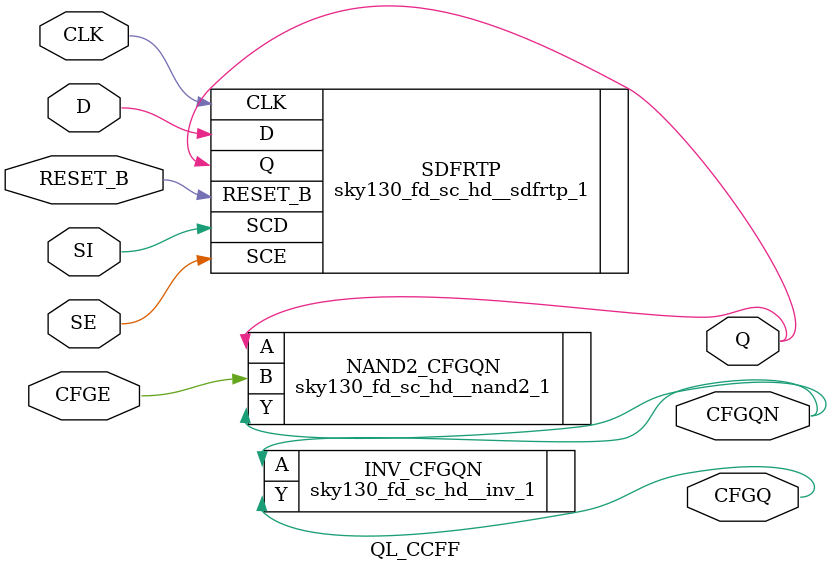
<source format=v>
`timescale 1ns/1ps

module QL_CCFF (
  input RESET_B,
  input SE,
  input CFGE,
  input D,
  input SI,
  output Q,
  output CFGQN,
  output CFGQ,
  input CLK
);

  sky130_fd_sc_hd__nand2_1 NAND2_CFGQN (
      .A(Q),
      .B(CFGE),
      .Y(CFGQN)
      );
  sky130_fd_sc_hd__inv_1 INV_CFGQN (
      .A(CFGQN),
      .Y(CFGQ)
      );
  sky130_fd_sc_hd__sdfrtp_1 SDFRTP (
      .Q(Q),
      .CLK(CLK),
      .D(D),
      .SCD(SI),
      .SCE(SE),
      .RESET_B(RESET_B)
      );
endmodule


</source>
